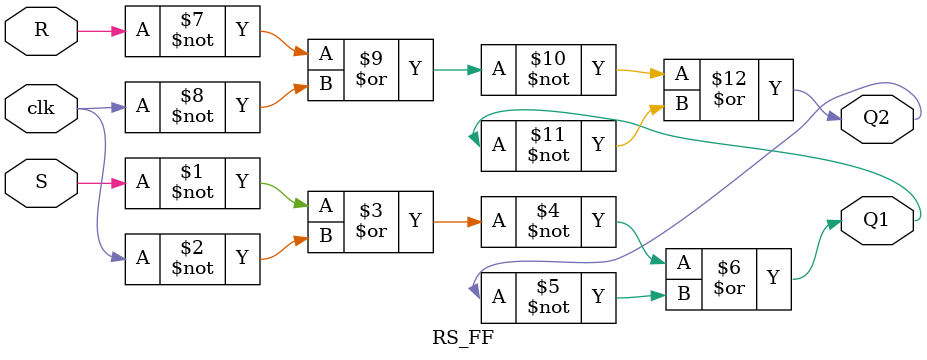
<source format=v>


`timescale 1ns / 1ps
module RS_FF(
input clk, R, S,
output Q1, Q2
    );
    assign Q1 = ~(~S | ~clk) | (~Q2);
    assign Q2 = ~(~R | ~clk) | (~Q1);
endmodule

</source>
